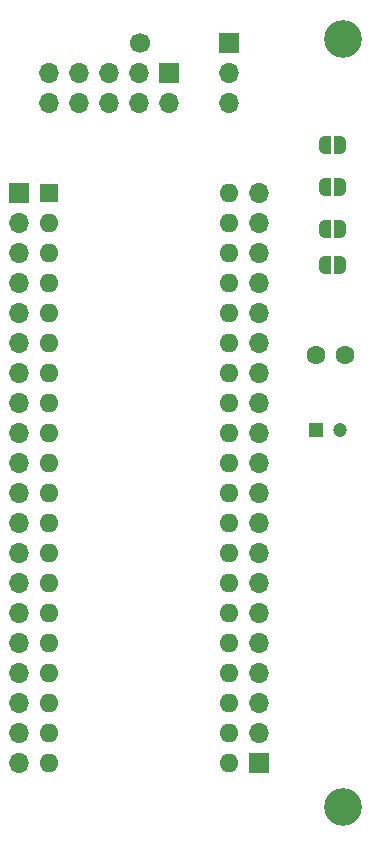
<source format=gts>
G04 #@! TF.GenerationSoftware,KiCad,Pcbnew,(6.0.7)*
G04 #@! TF.CreationDate,2022-09-12T18:05:54-07:00*
G04 #@! TF.ProjectId,emu6802,656d7536-3830-4322-9e6b-696361645f70,rev?*
G04 #@! TF.SameCoordinates,Original*
G04 #@! TF.FileFunction,Soldermask,Top*
G04 #@! TF.FilePolarity,Negative*
%FSLAX46Y46*%
G04 Gerber Fmt 4.6, Leading zero omitted, Abs format (unit mm)*
G04 Created by KiCad (PCBNEW (6.0.7)) date 2022-09-12 18:05:54*
%MOMM*%
%LPD*%
G01*
G04 APERTURE LIST*
G04 Aperture macros list*
%AMFreePoly0*
4,1,20,0.000000,0.744959,0.073905,0.744508,0.209726,0.703889,0.328688,0.626782,0.421226,0.519385,0.479903,0.390333,0.500000,0.250000,0.500000,-0.250000,0.499851,-0.262216,0.476331,-0.402017,0.414519,-0.529596,0.319384,-0.634700,0.198574,-0.708877,0.061801,-0.746166,0.000000,-0.745033,0.000000,-0.750000,-0.500000,-0.750000,-0.500000,0.750000,0.000000,0.750000,0.000000,0.744959,
0.000000,0.744959,$1*%
%AMFreePoly1*
4,1,22,0.500000,-0.750000,0.000000,-0.750000,0.000000,-0.745033,-0.079941,-0.743568,-0.215256,-0.701293,-0.333266,-0.622738,-0.424486,-0.514219,-0.481581,-0.384460,-0.499164,-0.250000,-0.500000,-0.250000,-0.500000,0.250000,-0.499164,0.250000,-0.499963,0.256109,-0.478152,0.396186,-0.417904,0.524511,-0.324060,0.630769,-0.204165,0.706417,-0.067858,0.745374,0.000000,0.744959,0.000000,0.750000,
0.500000,0.750000,0.500000,-0.750000,0.500000,-0.750000,$1*%
G04 Aperture macros list end*
%ADD10R,1.600000X1.600000*%
%ADD11O,1.600000X1.600000*%
%ADD12R,1.700000X1.700000*%
%ADD13O,1.700000X1.700000*%
%ADD14C,3.200000*%
%ADD15C,1.200000*%
%ADD16R,1.200000X1.200000*%
%ADD17FreePoly0,0.000000*%
%ADD18FreePoly1,0.000000*%
%ADD19C,1.600000*%
%ADD20C,1.700000*%
G04 APERTURE END LIST*
D10*
X57920000Y-68780000D03*
D11*
X57920000Y-71320000D03*
X57920000Y-73860000D03*
X57920000Y-76400000D03*
X57920000Y-78940000D03*
X57920000Y-81480000D03*
X57920000Y-84020000D03*
X57920000Y-86560000D03*
X57920000Y-89100000D03*
X57920000Y-91640000D03*
X57920000Y-94180000D03*
X57920000Y-96720000D03*
X57920000Y-99260000D03*
X57920000Y-101800000D03*
X57920000Y-104340000D03*
X57920000Y-106880000D03*
X57920000Y-109420000D03*
X57920000Y-111960000D03*
X57920000Y-114500000D03*
X57920000Y-117040000D03*
X73160000Y-117040000D03*
X73160000Y-114500000D03*
X73160000Y-111960000D03*
X73160000Y-109420000D03*
X73160000Y-106880000D03*
X73160000Y-104340000D03*
X73160000Y-101800000D03*
X73160000Y-99260000D03*
X73160000Y-96720000D03*
X73160000Y-94180000D03*
X73160000Y-91640000D03*
X73160000Y-89100000D03*
X73160000Y-86560000D03*
X73160000Y-84020000D03*
X73160000Y-81480000D03*
X73160000Y-78940000D03*
X73160000Y-76400000D03*
X73160000Y-73860000D03*
X73160000Y-71320000D03*
X73160000Y-68780000D03*
D12*
X55380000Y-68780000D03*
D13*
X55380000Y-71320000D03*
X55380000Y-73860000D03*
X55380000Y-76400000D03*
X55380000Y-78940000D03*
X55380000Y-81480000D03*
X55380000Y-84020000D03*
X55380000Y-86560000D03*
X55380000Y-89100000D03*
X55380000Y-91640000D03*
X55380000Y-94180000D03*
X55380000Y-96720000D03*
X55380000Y-99260000D03*
X55380000Y-101800000D03*
X55380000Y-104340000D03*
X55380000Y-106880000D03*
X55380000Y-109420000D03*
X55380000Y-111960000D03*
X55380000Y-114500000D03*
X55380000Y-117040000D03*
D12*
X75700000Y-117040000D03*
D13*
X75700000Y-114500000D03*
X75700000Y-111960000D03*
X75700000Y-109420000D03*
X75700000Y-106880000D03*
X75700000Y-104340000D03*
X75700000Y-101800000D03*
X75700000Y-99260000D03*
X75700000Y-96720000D03*
X75700000Y-94180000D03*
X75700000Y-91640000D03*
X75700000Y-89100000D03*
X75700000Y-86560000D03*
X75700000Y-84020000D03*
X75700000Y-81480000D03*
X75700000Y-78940000D03*
X75700000Y-76400000D03*
X75700000Y-73860000D03*
X75700000Y-71320000D03*
X75700000Y-68780000D03*
D14*
X82800000Y-120800000D03*
X82800000Y-55800000D03*
D15*
X82561400Y-88900000D03*
D16*
X80561400Y-88900000D03*
D17*
X82580000Y-64770000D03*
D18*
X81280000Y-64770000D03*
D17*
X82580000Y-68326000D03*
D18*
X81280000Y-68326000D03*
D13*
X57972000Y-61194000D03*
X57972000Y-58654000D03*
X60512000Y-61194000D03*
X60512000Y-58654000D03*
X63052000Y-61194000D03*
X63052000Y-58654000D03*
X65592000Y-61194000D03*
X65592000Y-58654000D03*
X68132000Y-61194000D03*
D12*
X68132000Y-58654000D03*
D19*
X80518000Y-82550000D03*
X83018000Y-82550000D03*
D17*
X82580000Y-71882000D03*
D18*
X81280000Y-71882000D03*
D17*
X82580000Y-74930000D03*
D18*
X81280000Y-74930000D03*
D20*
X65597000Y-56114000D03*
D12*
X73152000Y-56154000D03*
D13*
X73152000Y-58694000D03*
X73152000Y-61234000D03*
M02*

</source>
